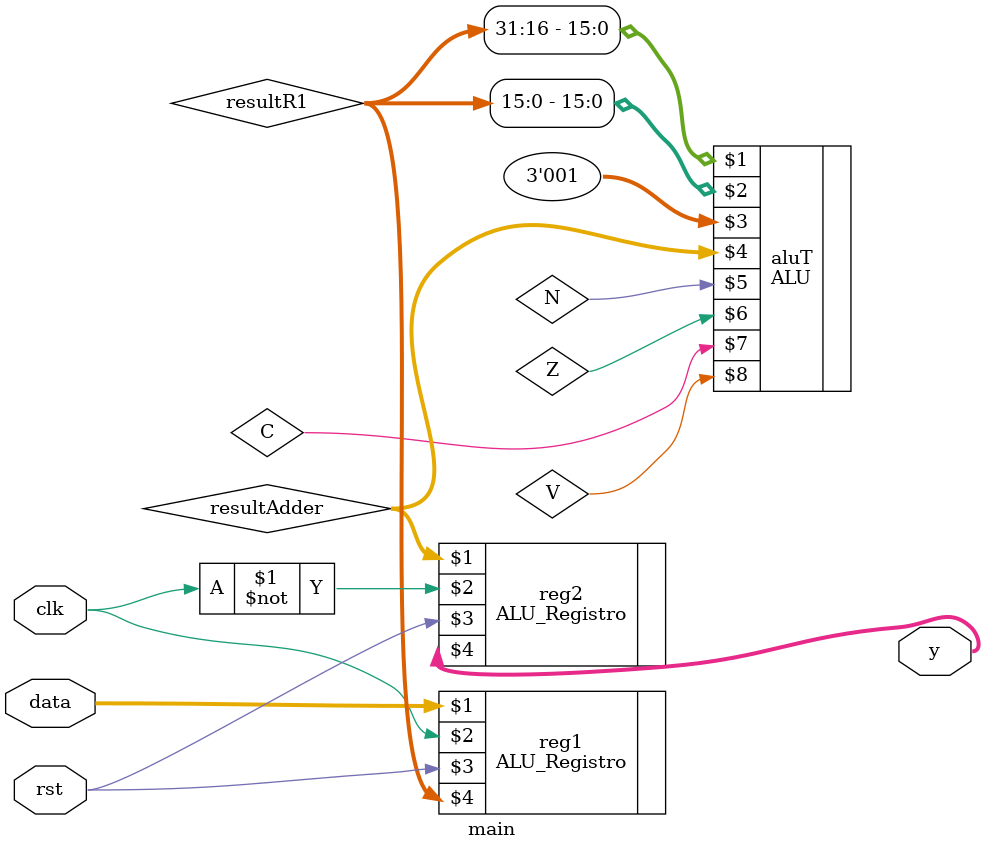
<source format=sv>
module main(input clk, rst, input [32:0] data, output [32:0] y);

	logic [31:0] resultR1, resultAdder;

	ALU_Registro reg1(data, clk, rst, resultR1);
	
	ALU #(32) aluT(resultR1[31:16], resultR1[15:0], 3'b001, resultAdder, N, Z, C, V);

	ALU_Registro	reg2(resultAdder, ~clk, rst, y);

endmodule 
</source>
